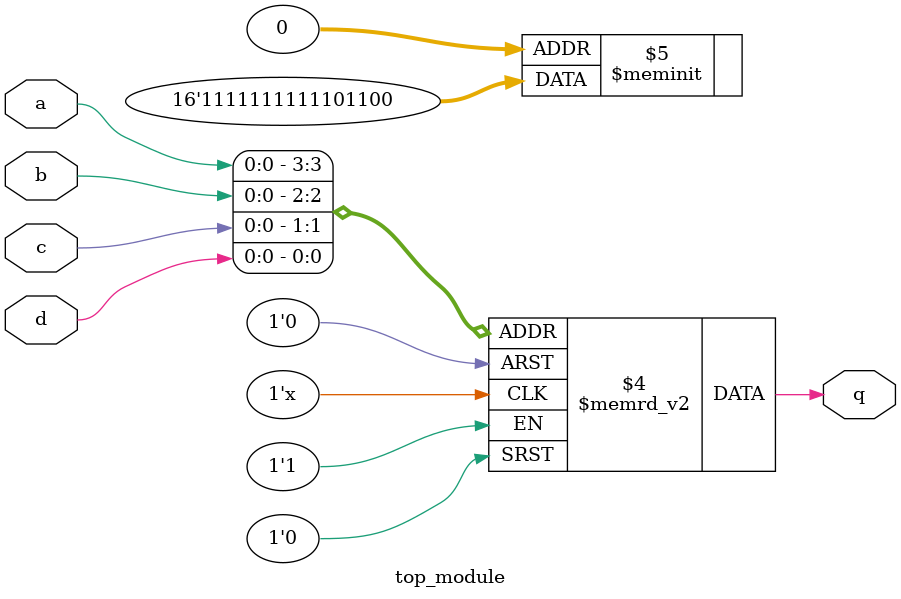
<source format=sv>
module top_module (
    input a, 
    input b, 
    input c, 
    input d,
    output reg q
);

    always @(*) begin
        case({a, b, c, d})
            4'b0000: q = 1'b0;
            4'b0001: q = 1'b0;
            4'b0010: q = 1'b1;
            4'b0011: q = 1'b1;
            4'b0100: q = 1'b0;
            4'b0101: q = 1'b1;
            4'b0110: q = 1'b1;
            4'b0111: q = 1'b1;
            4'b1000: q = 1'b1; // Fix
            4'b1001: q = 1'b1; // Fix
            4'b1010: q = 1'b1;
            4'b1011: q = 1'b1;
            4'b1100: q = 1'b1;
            4'b1101: q = 1'b1;
            4'b1110: q = 1'b1;
            4'b1111: q = 1'b1;
            default: q = 1'b0;
        endcase
    end
    
endmodule

</source>
